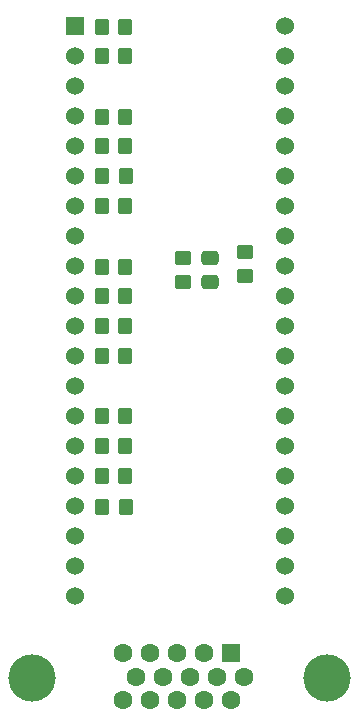
<source format=gbr>
%TF.GenerationSoftware,KiCad,Pcbnew,(5.99.0-8075-g8416c1fc37)*%
%TF.CreationDate,2021-06-27T17:30:08+01:00*%
%TF.ProjectId,picovga,7069636f-7667-4612-9e6b-696361645f70,rev?*%
%TF.SameCoordinates,Original*%
%TF.FileFunction,Soldermask,Top*%
%TF.FilePolarity,Negative*%
%FSLAX46Y46*%
G04 Gerber Fmt 4.6, Leading zero omitted, Abs format (unit mm)*
G04 Created by KiCad (PCBNEW (5.99.0-8075-g8416c1fc37)) date 2021-06-27 17:30:08*
%MOMM*%
%LPD*%
G01*
G04 APERTURE LIST*
G04 Aperture macros list*
%AMRoundRect*
0 Rectangle with rounded corners*
0 $1 Rounding radius*
0 $2 $3 $4 $5 $6 $7 $8 $9 X,Y pos of 4 corners*
0 Add a 4 corners polygon primitive as box body*
4,1,4,$2,$3,$4,$5,$6,$7,$8,$9,$2,$3,0*
0 Add four circle primitives for the rounded corners*
1,1,$1+$1,$2,$3,0*
1,1,$1+$1,$4,$5,0*
1,1,$1+$1,$6,$7,0*
1,1,$1+$1,$8,$9,0*
0 Add four rect primitives between the rounded corners*
20,1,$1+$1,$2,$3,$4,$5,0*
20,1,$1+$1,$4,$5,$6,$7,0*
20,1,$1+$1,$6,$7,$8,$9,0*
20,1,$1+$1,$8,$9,$2,$3,0*%
G04 Aperture macros list end*
%ADD10R,1.524000X1.524000*%
%ADD11C,1.524000*%
%ADD12RoundRect,0.250000X-0.350000X-0.450000X0.350000X-0.450000X0.350000X0.450000X-0.350000X0.450000X0*%
%ADD13RoundRect,0.250000X0.350000X0.450000X-0.350000X0.450000X-0.350000X-0.450000X0.350000X-0.450000X0*%
%ADD14RoundRect,0.250000X-0.475000X0.337500X-0.475000X-0.337500X0.475000X-0.337500X0.475000X0.337500X0*%
%ADD15RoundRect,0.250000X-0.450000X0.350000X-0.450000X-0.350000X0.450000X-0.350000X0.450000X0.350000X0*%
%ADD16C,4.000000*%
%ADD17R,1.600000X1.600000*%
%ADD18C,1.600000*%
%ADD19RoundRect,0.250000X0.450000X-0.350000X0.450000X0.350000X-0.450000X0.350000X-0.450000X-0.350000X0*%
G04 APERTURE END LIST*
D10*
%TO.C,U0*%
X160110000Y-62870000D03*
D11*
X160110000Y-65410000D03*
X160110000Y-67950000D03*
X160110000Y-70490000D03*
X160110000Y-73030000D03*
X160110000Y-75570000D03*
X160110000Y-78110000D03*
X160110000Y-80650000D03*
X160110000Y-83190000D03*
X160110000Y-85730000D03*
X160110000Y-88270000D03*
X160110000Y-90810000D03*
X160110000Y-93350000D03*
X160110000Y-95890000D03*
X160110000Y-98430000D03*
X160110000Y-100970000D03*
X160110000Y-103510000D03*
X160110000Y-106050000D03*
X160110000Y-108590000D03*
X160110000Y-111130000D03*
X177890000Y-111130000D03*
X177890000Y-108590000D03*
X177890000Y-106050000D03*
X177890000Y-103510000D03*
X177890000Y-100970000D03*
X177890000Y-98430000D03*
X177890000Y-95890000D03*
X177890000Y-93350000D03*
X177890000Y-90810000D03*
X177890000Y-88270000D03*
X177890000Y-85730000D03*
X177890000Y-83190000D03*
X177890000Y-80650000D03*
X177890000Y-78110000D03*
X177890000Y-75570000D03*
X177890000Y-73030000D03*
X177890000Y-70490000D03*
X177890000Y-67950000D03*
X177890000Y-65410000D03*
X177890000Y-62870000D03*
%TD*%
D12*
%TO.C,R12*%
X162380343Y-98426662D03*
X164380343Y-98426662D03*
%TD*%
D13*
%TO.C,R13*%
X164383744Y-100964363D03*
X162383744Y-100964363D03*
%TD*%
D12*
%TO.C,R6*%
X162375390Y-78108531D03*
X164375390Y-78108531D03*
%TD*%
%TO.C,R8*%
X162383299Y-85730358D03*
X164383299Y-85730358D03*
%TD*%
%TO.C,R4*%
X162378463Y-73019919D03*
X164378463Y-73019919D03*
%TD*%
%TO.C,R11*%
X162379298Y-95886606D03*
X164379298Y-95886606D03*
%TD*%
D14*
%TO.C,C1*%
X171500000Y-82462500D03*
X171500000Y-84537500D03*
%TD*%
D15*
%TO.C,R16*%
X169250000Y-82500000D03*
X169250000Y-84500000D03*
%TD*%
D16*
%TO.C,J1*%
X156485000Y-118010000D03*
X181485000Y-118010000D03*
D17*
X173300000Y-115960000D03*
D18*
X171010000Y-115960000D03*
X168720000Y-115960000D03*
X166430000Y-115960000D03*
X164140000Y-115960000D03*
X174445000Y-117940000D03*
X172155000Y-117940000D03*
X169865000Y-117940000D03*
X167575000Y-117940000D03*
X165285000Y-117940000D03*
X173300000Y-119920000D03*
X171010000Y-119920000D03*
X168720000Y-119920000D03*
X166430000Y-119920000D03*
X164140000Y-119920000D03*
%TD*%
D12*
%TO.C,R2*%
X162382505Y-65410218D03*
X164382505Y-65410218D03*
%TD*%
%TO.C,R14*%
X162390090Y-103521542D03*
X164390090Y-103521542D03*
%TD*%
%TO.C,R3*%
X162382505Y-70515877D03*
X164382505Y-70515877D03*
%TD*%
%TO.C,R10*%
X162381824Y-90808651D03*
X164381824Y-90808651D03*
%TD*%
%TO.C,R1*%
X162382505Y-62880196D03*
X164382505Y-62880196D03*
%TD*%
%TO.C,R5*%
X162386041Y-75569627D03*
X164386041Y-75569627D03*
%TD*%
%TO.C,R7*%
X162379871Y-83198224D03*
X164379871Y-83198224D03*
%TD*%
%TO.C,R9*%
X162380037Y-88273194D03*
X164380037Y-88273194D03*
%TD*%
D19*
%TO.C,R15*%
X174500000Y-84000000D03*
X174500000Y-82000000D03*
%TD*%
M02*

</source>
